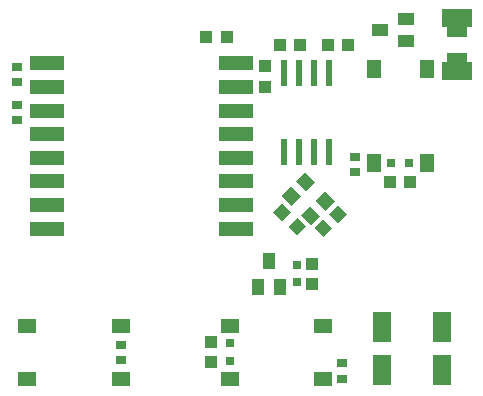
<source format=gbr>
G04 EAGLE Gerber X2 export*
%TF.Part,Single*%
%TF.FileFunction,Paste,Top*%
%TF.FilePolarity,Positive*%
%TF.GenerationSoftware,Autodesk,EAGLE,9.4.1*%
%TF.CreationDate,2019-06-30T19:23:07Z*%
G75*
%MOMM*%
%FSLAX34Y34*%
%LPD*%
%INSolderpaste Top*%
%AMOC8*
5,1,8,0,0,1.08239X$1,22.5*%
G01*
%ADD10R,0.600000X2.286000*%
%ADD11R,3.000000X1.200000*%
%ADD12R,1.200000X1.100000*%
%ADD13R,1.050000X1.080000*%
%ADD14R,1.400000X1.000000*%
%ADD15R,2.500000X1.600000*%
%ADD16R,1.803000X1.600000*%
%ADD17R,1.300000X1.550000*%
%ADD18R,1.550000X1.300000*%
%ADD19R,0.900000X0.700000*%
%ADD20R,1.080000X1.050000*%
%ADD21R,1.000000X1.100000*%
%ADD22R,1.600000X2.600000*%
%ADD23R,0.800000X0.800000*%
%ADD24R,1.100000X1.000000*%
%ADD25R,1.000000X1.400000*%


D10*
X247650Y211175D03*
X247650Y277775D03*
X234950Y211175D03*
X260350Y211175D03*
X273050Y211175D03*
X234950Y277775D03*
X260350Y277775D03*
X273050Y277775D03*
D11*
X194300Y285975D03*
X194300Y265975D03*
X194300Y245975D03*
X194300Y225975D03*
X194300Y205975D03*
X194300Y185975D03*
X194300Y165975D03*
X194300Y145975D03*
X34300Y285975D03*
X34300Y265975D03*
X34300Y245975D03*
X34300Y225975D03*
X34300Y205975D03*
X34300Y185975D03*
X34300Y165975D03*
X34300Y145975D03*
D12*
G36*
X240739Y181702D02*
X249223Y173218D01*
X241445Y165440D01*
X232961Y173924D01*
X240739Y181702D01*
G37*
G36*
X258062Y148823D02*
X249578Y157307D01*
X257356Y165085D01*
X265840Y156601D01*
X258062Y148823D01*
G37*
G36*
X270436Y161198D02*
X261952Y169682D01*
X269730Y177460D01*
X278214Y168976D01*
X270436Y161198D01*
G37*
G36*
X253113Y194077D02*
X261597Y185593D01*
X253819Y177815D01*
X245335Y186299D01*
X253113Y194077D01*
G37*
D13*
G36*
X246006Y155330D02*
X253430Y147906D01*
X245794Y140270D01*
X238370Y147694D01*
X246006Y155330D01*
G37*
G36*
X233631Y167705D02*
X241055Y160281D01*
X233419Y152645D01*
X225995Y160069D01*
X233631Y167705D01*
G37*
G36*
X275980Y146107D02*
X268556Y138683D01*
X260920Y146319D01*
X268344Y153743D01*
X275980Y146107D01*
G37*
G36*
X288355Y158481D02*
X280931Y151057D01*
X273295Y158693D01*
X280719Y166117D01*
X288355Y158481D01*
G37*
D14*
X316025Y314325D03*
X338025Y323825D03*
X338025Y304825D03*
D15*
X381000Y279125D03*
X381000Y324125D03*
D16*
X381000Y315845D03*
X381000Y287405D03*
D17*
X310875Y281050D03*
X310875Y201550D03*
X355875Y281050D03*
X355875Y201550D03*
D18*
X268350Y63775D03*
X188850Y63775D03*
X268350Y18775D03*
X188850Y18775D03*
D19*
X284163Y18900D03*
X284163Y31900D03*
X295275Y206525D03*
X295275Y193525D03*
D20*
X219075Y283388D03*
X219075Y265888D03*
D21*
X248213Y301625D03*
X231213Y301625D03*
X272488Y301625D03*
X289488Y301625D03*
D22*
X317500Y62450D03*
X317500Y26450D03*
X368300Y62450D03*
X368300Y26450D03*
D23*
X188913Y33775D03*
X188913Y48775D03*
X325875Y201613D03*
X340875Y201613D03*
X246063Y115450D03*
X246063Y100450D03*
D24*
X258763Y116450D03*
X258763Y99450D03*
D21*
X341875Y185738D03*
X324875Y185738D03*
D25*
X222250Y118950D03*
X231750Y96950D03*
X212750Y96950D03*
D24*
X173038Y49775D03*
X173038Y32775D03*
D13*
X169050Y307975D03*
X186550Y307975D03*
D19*
X8731Y282725D03*
X8731Y269725D03*
X8731Y237975D03*
X8731Y250975D03*
D18*
X17400Y18775D03*
X96900Y18775D03*
X17400Y63775D03*
X96900Y63775D03*
D19*
X96838Y47775D03*
X96838Y34775D03*
M02*

</source>
